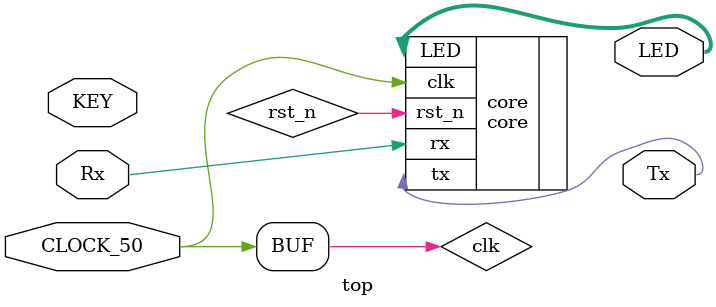
<source format=v>
module top(input CLOCK_50, input [1:0] KEY, output [7:0] LED, output Tx, input Rx);
/*AUTOWIRE*/
wire clk;
wire rst_n;

core core(/*AUTOINST*/
          // Outputs
          .LED                          (LED),
          .tx                           (Tx),
          // Inputs
          .clk                          (clk),
          .rst_n                        (rst_n),
          .rx                           (Rx));
assign clk = CLOCK_50;

endmodule

</source>
